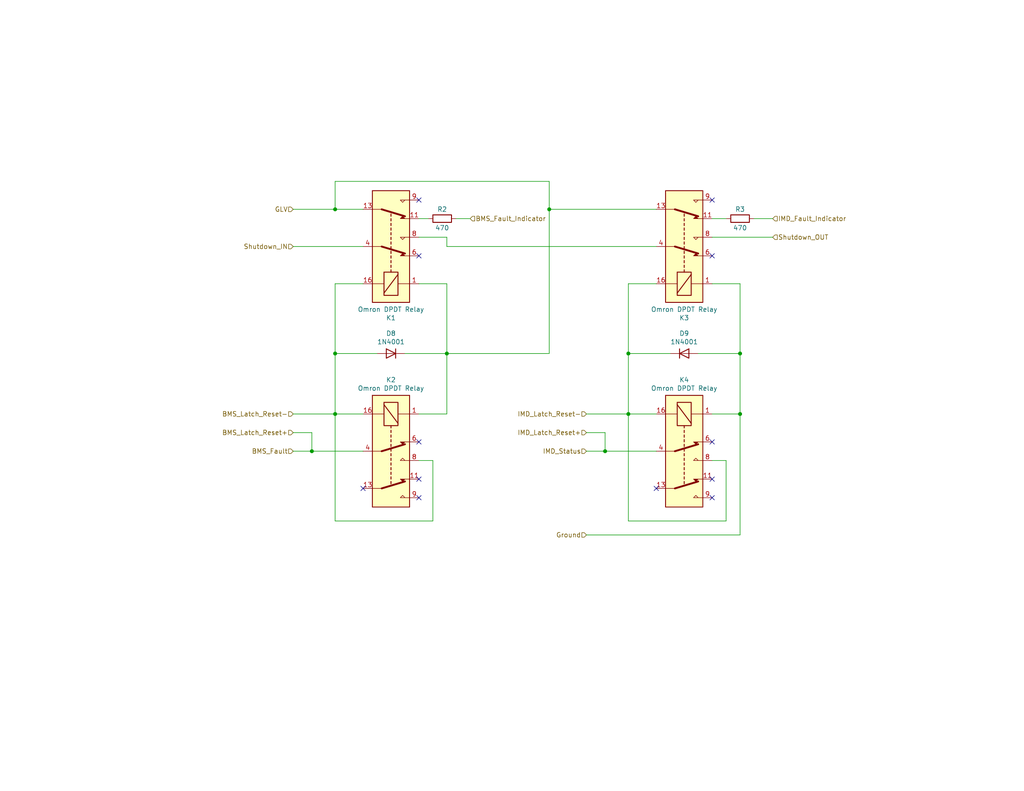
<source format=kicad_sch>
(kicad_sch (version 20211123) (generator eeschema)
  (paper "A")
  (title_block (title "Shutdown Latching Circuits") (date "2021-01-30") (rev "3") (company "Northeastern Electric Racing") (comment 1 "https://github.com/Northeastern-Electric-Racing/NER") (comment 2 "For authors and other info, contact Chief Electrical Engineer"))
  (lib_symbols
    (symbol "Device:R" (pin_numbers hide) (pin_names (offset 0))
      (property "Reference" "R" (at 2.032 0 90))
      (property "Value" "R" (at 0 0 90))
      (symbol "R_0_1"
        (rectangle (start -1.016 -2.54) (end 1.016 2.54) (stroke (width 0.254)))
      )
      (symbol "R_1_1"
        (pin passive line (at 0 3.81 270) (length 1.27) (name "~") (number "1"))
        (pin passive line (at 0 -3.81 90) (length 1.27) (name "~") (number "2"))
      )
    )
    (symbol "Diode:1N4001" (pin_numbers hide) (pin_names (offset 1.016) hide)
      (property "Reference" "D" (at 0 2.54 0))
      (property "Value" "1N4001" (at 0 -2.54 0))
      (symbol "1N4001_0_1"
        (polyline (pts (xy -1.27 1.27) (xy -1.27 -1.27)) (stroke (width 0.254)))
        (polyline (pts (xy 1.27 0) (xy -1.27 0)))
        (polyline (pts (xy 1.27 1.27) (xy 1.27 -1.27) (xy -1.27 0) (xy 1.27 1.27)) (stroke (width 0.254)))
      )
      (symbol "1N4001_1_1"
        (pin passive line (at -3.81 0 0) (length 2.54) (name "K") (number "1"))
        (pin passive line (at 3.81 0 180) (length 2.54) (name "A") (number "2"))
      )
    )
    (symbol "Relay:G5V-2"
      (property "Reference" "K" (at 16.51 3.81 0))
      (property "Value" "G5V-2" (at 16.51 1.27 0))
      (symbol "G5V-2_0_1"
        (rectangle (start -15.24 5.08) (end 15.24 -5.08) (stroke (width 0.254)) (fill (type background)))
        (rectangle (start -13.335 1.905) (end -6.985 -1.905) (stroke (width 0.254)))
        (polyline (pts (xy -12.7 -1.905) (xy -7.62 1.905)) (stroke (width 0.254)))
        (polyline (pts (xy -10.16 -5.08) (xy -10.16 -1.905)))
        (polyline (pts (xy -10.16 5.08) (xy -10.16 1.905)))
        (polyline (pts (xy -6.985 0) (xy -6.35 0)) (stroke (width 0.254)))
        (polyline (pts (xy -5.715 0) (xy -5.08 0)) (stroke (width 0.254)))
        (polyline (pts (xy -4.445 0) (xy -3.81 0)) (stroke (width 0.254)))
        (polyline (pts (xy -3.175 0) (xy -2.54 0)) (stroke (width 0.254)))
        (polyline (pts (xy -1.905 0) (xy -1.27 0)) (stroke (width 0.254)))
        (polyline (pts (xy -0.635 0) (xy 0 0)) (stroke (width 0.254)))
        (polyline (pts (xy 0 -2.54) (xy -1.905 3.81)) (stroke (width 0.508)))
        (polyline (pts (xy 0 -2.54) (xy 0 -5.08)))
        (polyline (pts (xy 0.635 0) (xy 1.27 0)) (stroke (width 0.254)))
        (polyline (pts (xy 1.905 0) (xy 2.54 0)) (stroke (width 0.254)))
        (polyline (pts (xy 3.175 0) (xy 3.81 0)) (stroke (width 0.254)))
        (polyline (pts (xy 4.445 0) (xy 5.08 0)) (stroke (width 0.254)))
        (polyline (pts (xy 5.715 0) (xy 6.35 0)) (stroke (width 0.254)))
        (polyline (pts (xy 6.985 0) (xy 7.62 0)) (stroke (width 0.254)))
        (polyline (pts (xy 8.255 0) (xy 8.89 0)) (stroke (width 0.254)))
        (polyline (pts (xy 10.16 -2.54) (xy 8.255 3.81)) (stroke (width 0.508)))
        (polyline (pts (xy 10.16 -2.54) (xy 10.16 -5.08)))
        (polyline (pts (xy -2.54 5.08) (xy -2.54 2.54) (xy -1.905 3.175) (xy -2.54 3.81)) (fill (type outline)))
        (polyline (pts (xy 2.54 5.08) (xy 2.54 2.54) (xy 1.905 3.175) (xy 2.54 3.81)))
        (polyline (pts (xy 7.62 5.08) (xy 7.62 2.54) (xy 8.255 3.175) (xy 7.62 3.81)) (fill (type outline)))
        (polyline (pts (xy 12.7 5.08) (xy 12.7 2.54) (xy 12.065 3.175) (xy 12.7 3.81)))
      )
      (symbol "G5V-2_1_1"
        (pin passive line (at -10.16 7.62 270) (length 2.54) (name "~") (number "1"))
        (pin passive line (at 7.62 7.62 270) (length 2.54) (name "~") (number "11"))
        (pin passive line (at 10.16 -7.62 90) (length 2.54) (name "~") (number "13"))
        (pin passive line (at -10.16 -7.62 90) (length 2.54) (name "~") (number "16"))
        (pin passive line (at 0 -7.62 90) (length 2.54) (name "~") (number "4"))
        (pin passive line (at -2.54 7.62 270) (length 2.54) (name "~") (number "6"))
        (pin passive line (at 2.54 7.62 270) (length 2.54) (name "~") (number "8"))
        (pin passive line (at 12.7 7.62 270) (length 2.54) (name "~") (number "9"))
      )
    )
  )
  (junction (at 201.93 113.03))
  (junction (at 91.44 113.03))
  (junction (at 171.45 96.52))
  (junction (at 121.92 96.52))
  (junction (at 149.86 57.15))
  (junction (at 85.09 123.19))
  (junction (at 171.45 113.03))
  (junction (at 201.93 96.52))
  (junction (at 91.44 96.52))
  (junction (at 91.44 57.15))
  (junction (at 165.1 123.19))
  (no_connect (at 114.3 54.61))
  (no_connect (at 194.31 135.89))
  (no_connect (at 114.3 120.65))
  (no_connect (at 194.31 130.81))
  (no_connect (at 179.07 133.35))
  (no_connect (at 194.31 54.61))
  (no_connect (at 194.31 69.85))
  (no_connect (at 194.31 120.65))
  (no_connect (at 114.3 135.89))
  (no_connect (at 99.06 133.35))
  (no_connect (at 114.3 69.85))
  (no_connect (at 114.3 130.81))
  (wire (pts (xy 121.92 96.52) (xy 149.86 96.52)))
  (wire (pts (xy 165.1 123.19) (xy 179.07 123.19)))
  (wire (pts (xy 91.44 142.24) (xy 118.11 142.24)))
  (wire (pts (xy 165.1 123.19) (xy 165.1 118.11)))
  (wire (pts (xy 121.92 67.31) (xy 179.07 67.31)))
  (wire (pts (xy 91.44 77.47) (xy 99.06 77.47)))
  (wire (pts (xy 201.93 77.47) (xy 201.93 96.52)))
  (wire (pts (xy 118.11 125.73) (xy 118.11 142.24)))
  (wire (pts (xy 80.01 123.19) (xy 85.09 123.19)))
  (wire (pts (xy 91.44 49.53) (xy 149.86 49.53)))
  (wire (pts (xy 201.93 113.03) (xy 201.93 146.05)))
  (wire (pts (xy 91.44 96.52) (xy 91.44 113.03)))
  (wire (pts (xy 160.02 123.19) (xy 165.1 123.19)))
  (wire (pts (xy 124.46 59.69) (xy 128.27 59.69)))
  (wire (pts (xy 194.31 64.77) (xy 210.82 64.77)))
  (wire (pts (xy 190.5 96.52) (xy 201.93 96.52)))
  (wire (pts (xy 160.02 146.05) (xy 201.93 146.05)))
  (wire (pts (xy 149.86 49.53) (xy 149.86 57.15)))
  (wire (pts (xy 160.02 118.11) (xy 165.1 118.11)))
  (wire (pts (xy 80.01 67.31) (xy 99.06 67.31)))
  (wire (pts (xy 116.84 59.69) (xy 114.3 59.69)))
  (wire (pts (xy 114.3 64.77) (xy 121.92 64.77)))
  (wire (pts (xy 85.09 123.19) (xy 99.06 123.19)))
  (wire (pts (xy 194.31 125.73) (xy 198.12 125.73)))
  (wire (pts (xy 110.49 96.52) (xy 121.92 96.52)))
  (wire (pts (xy 91.44 57.15) (xy 99.06 57.15)))
  (wire (pts (xy 171.45 77.47) (xy 171.45 96.52)))
  (wire (pts (xy 171.45 96.52) (xy 171.45 113.03)))
  (wire (pts (xy 160.02 113.03) (xy 171.45 113.03)))
  (wire (pts (xy 194.31 59.69) (xy 198.12 59.69)))
  (wire (pts (xy 114.3 77.47) (xy 121.92 77.47)))
  (wire (pts (xy 91.44 113.03) (xy 99.06 113.03)))
  (wire (pts (xy 171.45 142.24) (xy 171.45 113.03)))
  (wire (pts (xy 171.45 77.47) (xy 179.07 77.47)))
  (wire (pts (xy 198.12 125.73) (xy 198.12 142.24)))
  (wire (pts (xy 91.44 113.03) (xy 91.44 142.24)))
  (wire (pts (xy 80.01 113.03) (xy 91.44 113.03)))
  (wire (pts (xy 114.3 125.73) (xy 118.11 125.73)))
  (wire (pts (xy 114.3 113.03) (xy 121.92 113.03)))
  (wire (pts (xy 91.44 96.52) (xy 102.87 96.52)))
  (wire (pts (xy 149.86 96.52) (xy 149.86 57.15)))
  (wire (pts (xy 194.31 113.03) (xy 201.93 113.03)))
  (wire (pts (xy 85.09 123.19) (xy 85.09 118.11)))
  (wire (pts (xy 149.86 57.15) (xy 179.07 57.15)))
  (wire (pts (xy 80.01 57.15) (xy 91.44 57.15)))
  (wire (pts (xy 80.01 118.11) (xy 85.09 118.11)))
  (wire (pts (xy 171.45 113.03) (xy 179.07 113.03)))
  (wire (pts (xy 121.92 64.77) (xy 121.92 67.31)))
  (wire (pts (xy 194.31 77.47) (xy 201.93 77.47)))
  (wire (pts (xy 91.44 77.47) (xy 91.44 96.52)))
  (wire (pts (xy 201.93 96.52) (xy 201.93 113.03)))
  (wire (pts (xy 121.92 96.52) (xy 121.92 113.03)))
  (wire (pts (xy 91.44 49.53) (xy 91.44 57.15)))
  (wire (pts (xy 198.12 142.24) (xy 171.45 142.24)))
  (wire (pts (xy 121.92 77.47) (xy 121.92 96.52)))
  (wire (pts (xy 205.74 59.69) (xy 210.82 59.69)))
  (wire (pts (xy 171.45 96.52) (xy 182.88 96.52)))
  (hierarchical_label "BMS_Fault" (shape input) (at 80.01 123.19 180))
  (hierarchical_label "IMD_Status" (shape input) (at 160.02 123.19 180))
  (hierarchical_label "Ground" (shape input) (at 160.02 146.05 180))
  (hierarchical_label "GLV" (shape input) (at 80.01 57.15 180))
  (hierarchical_label "BMS_Fault_Indicator" (shape input) (at 128.27 59.69 0))
  (hierarchical_label "Shutdown_OUT" (shape input) (at 210.82 64.77 0))
  (hierarchical_label "BMS_Latch_Reset-" (shape input) (at 80.01 113.03 180))
  (hierarchical_label "BMS_Latch_Reset+" (shape input) (at 80.01 118.11 180))
  (hierarchical_label "IMD_Fault_Indicator" (shape input) (at 210.82 59.69 0))
  (hierarchical_label "IMD_Latch_Reset+" (shape input) (at 160.02 118.11 180))
  (hierarchical_label "Shutdown_IN" (shape input) (at 80.01 67.31 180))
  (hierarchical_label "IMD_Latch_Reset-" (shape input) (at 160.02 113.03 180))
  (symbol (lib_id "Relay:G5V-2") (at 186.69 123.19 270) (unit 1)
    (property "Reference" "K4" (at 186.69 103.7082 90))
    (property "Value" "Omron DPDT Relay" (at 186.69 106.0196 90))
    (property "Footprint" "Relay_THT:Relay_DPDT_Omron_G5V-2" (effects hide))
    (property "Datasheet" "http://omronfs.omron.com/en_US/ecb/products/pdf/en-g5v_2.pdf" (effects hide))
  )
  (symbol (lib_id "Relay:G5V-2") (at 186.69 67.31 270) (mirror x) (unit 1)
    (property "Reference" "K3" (at 186.69 86.7918 90))
    (property "Value" "Omron DPDT Relay" (at 186.69 84.4804 90))
    (property "Footprint" "Relay_THT:Relay_DPDT_Omron_G5V-2" (effects hide))
    (property "Datasheet" "http://omronfs.omron.com/en_US/ecb/products/pdf/en-g5v_2.pdf" (effects hide))
  )
  (symbol (lib_id "Diode:1N4001") (at 186.69 96.52 0) (unit 1)
    (property "Reference" "D9" (at 186.69 91.0336 0))
    (property "Value" "1N4001" (at 186.69 93.345 0))
    (property "Footprint" "Diode_THT:D_DO-41_SOD81_P10.16mm_Horizontal" (effects hide))
    (property "Datasheet" "http://www.vishay.com/docs/88503/1n4001.pdf" (effects hide))
  )
  (symbol (lib_id "Relay:G5V-2") (at 106.68 123.19 270) (unit 1)
    (property "Reference" "K2" (at 106.68 103.7082 90))
    (property "Value" "Omron DPDT Relay" (at 106.68 106.0196 90))
    (property "Footprint" "Relay_THT:Relay_DPDT_Omron_G5V-2" (effects hide))
    (property "Datasheet" "http://omronfs.omron.com/en_US/ecb/products/pdf/en-g5v_2.pdf" (effects hide))
  )
  (symbol (lib_id "Relay:G5V-2") (at 106.68 67.31 270) (mirror x) (unit 1)
    (property "Reference" "K1" (at 106.68 86.7918 90))
    (property "Value" "Omron DPDT Relay" (at 106.68 84.4804 90))
    (property "Footprint" "Relay_THT:Relay_DPDT_Omron_G5V-2" (effects hide))
    (property "Datasheet" "http://omronfs.omron.com/en_US/ecb/products/pdf/en-g5v_2.pdf" (effects hide))
  )
  (symbol (lib_id "Diode:1N4001") (at 106.68 96.52 0) (mirror y) (unit 1)
    (property "Reference" "D8" (at 106.68 91.0336 0))
    (property "Value" "1N4001" (at 106.68 93.345 0))
    (property "Footprint" "Diode_THT:D_DO-41_SOD81_P10.16mm_Horizontal" (effects hide))
    (property "Datasheet" "http://www.vishay.com/docs/88503/1n4001.pdf" (effects hide))
  )
  (symbol (lib_id "Device:R") (at 120.65 59.69 90) (unit 1)
    (property "Reference" "R2" (at 120.65 57.15 90))
    (property "Value" "470" (at 120.65 62.23 90))
  )
  (symbol (lib_id "Device:R") (at 201.93 59.69 90) (unit 1)
    (property "Reference" "R3" (at 201.93 57.15 90))
    (property "Value" "470" (at 201.93 62.23 90))
  )
)
</source>
